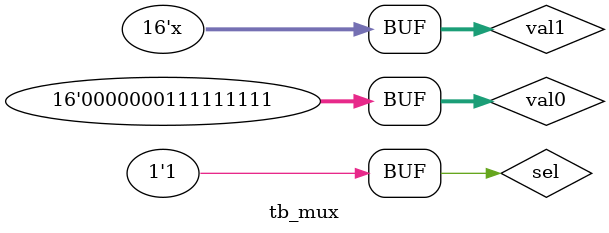
<source format=v>
module tb_mux;
reg [0:15] data;

reg [0:15] val0, val1;
wire [0:15] o_val;
reg sel;

initial begin
	$dumpfile("tb_mux.vcd");
	$dumpvars(0,tb_mux);
	$monitor("%b %b %b %b", val0, val1, o_val, sel);
end

wordmux mux0(.i_sel(sel), .i_val0(val0), .i_val1(val1), .o_val(o_val));

initial begin
	#5 val0 <= 16'b100010101; val1 <= 16'b011101010; sel <= 1'b0;
	#5 val0 <= 16'b100010101; val1 <= 16'b011101010; sel <= 1'b1;
	#5 val0 <= 16'b111111111; val1 <= 16'b000010011; sel <= 1'b0;
	#5 val0 <= 16'b111111111; val1 <= 16'b000010011; sel <= 1'b1;
	#5 val0 <= 16'b111111111; val1 <= 16'bzzzzzzzzz; sel <= 1'b0;
	#5 val0 <= 16'b111111111; val1 <= 16'bzzzzzzzzz; sel <= 1'b1;
	#5 val0 <= 16'b111111111; val1 <= 16'bxxxxxxxxx; sel <= 1'b0;
	#5 val0 <= 16'b111111111; val1 <= 16'bxxxxxxxxx; sel <= 1'b1;
end

endmodule
</source>
